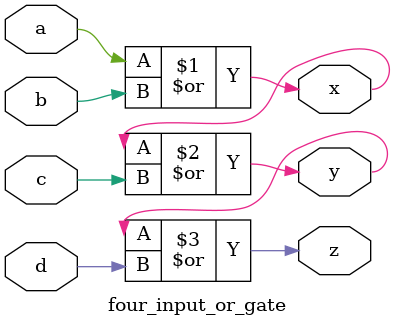
<source format=v>
`timescale 1ns / 1ps

/*
Company: Sogang University
Engineer: G_EEE3
Create Date: 2021/09/16 16:12:49
Module Name: four_input_or_gate
*/

module four_input_or_gate(
    input a, b, c, d,
    output x, y, z
    );
    
    assign x = a | b;
    assign y = x | c;
    assign z = y | d;
    
endmodule
</source>
